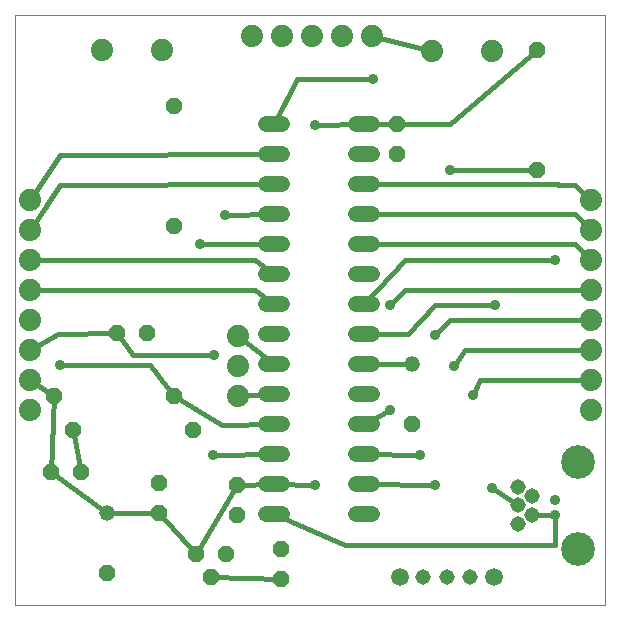
<source format=gtl>
G75*
%MOIN*%
%OFA0B0*%
%FSLAX25Y25*%
%IPPOS*%
%LPD*%
%AMOC8*
5,1,8,0,0,1.08239X$1,22.5*
%
%ADD10C,0.00000*%
%ADD11OC8,0.05200*%
%ADD12C,0.05200*%
%ADD13C,0.05150*%
%ADD14C,0.11220*%
%ADD15C,0.07400*%
%ADD16C,0.05200*%
%ADD17C,0.05937*%
%ADD18C,0.01600*%
%ADD19C,0.03562*%
D10*
X0001600Y0008288D02*
X0001600Y0205139D01*
X0198450Y0205139D01*
X0198450Y0008288D01*
X0001600Y0008288D01*
D11*
X0032478Y0019044D03*
X0049596Y0038883D03*
X0049596Y0048883D03*
X0060880Y0066776D03*
X0054631Y0078190D03*
X0045836Y0098942D03*
X0035836Y0098942D03*
X0014631Y0078190D03*
X0020880Y0066776D03*
X0023694Y0052540D03*
X0013694Y0052540D03*
X0062100Y0025288D03*
X0067100Y0017788D03*
X0072100Y0025288D03*
X0075746Y0038434D03*
X0075746Y0048434D03*
X0090360Y0027001D03*
X0090360Y0017001D03*
X0134100Y0068572D03*
X0054624Y0134544D03*
X0054624Y0174544D03*
X0129100Y0168698D03*
X0129100Y0158698D03*
X0175738Y0153379D03*
X0175738Y0193379D03*
D12*
X0134100Y0088572D03*
X0032478Y0039044D03*
D13*
X0137746Y0017548D03*
X0145620Y0017548D03*
X0153494Y0017548D03*
X0169383Y0035251D03*
X0174108Y0038401D03*
X0169383Y0041550D03*
X0174108Y0044700D03*
X0169383Y0047850D03*
D14*
X0189462Y0055920D03*
X0189462Y0027180D03*
D15*
X0193600Y0073288D03*
X0193600Y0083288D03*
X0193600Y0093288D03*
X0193600Y0103288D03*
X0193600Y0113288D03*
X0193600Y0123288D03*
X0193600Y0133288D03*
X0193600Y0143288D03*
X0160565Y0193178D03*
X0140565Y0193178D03*
X0120738Y0198123D03*
X0110738Y0198123D03*
X0100738Y0198123D03*
X0090738Y0198123D03*
X0080738Y0198123D03*
X0050588Y0193284D03*
X0030588Y0193284D03*
X0006600Y0143288D03*
X0006600Y0133288D03*
X0006600Y0123288D03*
X0006600Y0113288D03*
X0006600Y0103288D03*
X0006600Y0093288D03*
X0006600Y0083288D03*
X0006600Y0073288D03*
X0076112Y0077977D03*
X0076112Y0087977D03*
X0076112Y0097977D03*
D16*
X0085366Y0098544D02*
X0090566Y0098544D01*
X0090566Y0088544D02*
X0085366Y0088544D01*
X0085366Y0078544D02*
X0090566Y0078544D01*
X0090566Y0068544D02*
X0085366Y0068544D01*
X0085366Y0058544D02*
X0090566Y0058544D01*
X0090566Y0048544D02*
X0085366Y0048544D01*
X0085366Y0038544D02*
X0090566Y0038544D01*
X0115366Y0038544D02*
X0120566Y0038544D01*
X0120566Y0048544D02*
X0115366Y0048544D01*
X0115366Y0058544D02*
X0120566Y0058544D01*
X0120566Y0068544D02*
X0115366Y0068544D01*
X0115366Y0078544D02*
X0120566Y0078544D01*
X0120566Y0088544D02*
X0115366Y0088544D01*
X0115366Y0098544D02*
X0120566Y0098544D01*
X0120566Y0108544D02*
X0115366Y0108544D01*
X0115366Y0118544D02*
X0120566Y0118544D01*
X0120566Y0128544D02*
X0115366Y0128544D01*
X0115366Y0138544D02*
X0120566Y0138544D01*
X0120566Y0148544D02*
X0115366Y0148544D01*
X0115366Y0158544D02*
X0120566Y0158544D01*
X0120566Y0168544D02*
X0115366Y0168544D01*
X0090566Y0168544D02*
X0085366Y0168544D01*
X0085366Y0158544D02*
X0090566Y0158544D01*
X0090566Y0148544D02*
X0085366Y0148544D01*
X0085366Y0138544D02*
X0090566Y0138544D01*
X0090566Y0128544D02*
X0085366Y0128544D01*
X0085366Y0118544D02*
X0090566Y0118544D01*
X0090566Y0108544D02*
X0085366Y0108544D01*
D17*
X0129872Y0017548D03*
X0161368Y0017548D03*
D18*
X0181528Y0028288D02*
X0181528Y0030042D01*
X0181540Y0030055D01*
X0181600Y0038288D01*
X0174108Y0038401D01*
X0169383Y0041550D02*
X0160600Y0047288D01*
X0141600Y0048288D02*
X0117966Y0048544D01*
X0117966Y0058544D02*
X0136600Y0058288D01*
X0126600Y0073288D02*
X0117966Y0068544D01*
X0117966Y0088544D02*
X0134100Y0088572D01*
X0132600Y0098788D02*
X0117966Y0098544D01*
X0117966Y0108544D02*
X0131600Y0123288D01*
X0181600Y0123288D01*
X0188344Y0128544D02*
X0193600Y0123288D01*
X0188344Y0128544D02*
X0117966Y0128544D01*
X0117966Y0138544D02*
X0188344Y0138544D01*
X0193600Y0133288D01*
X0193600Y0143288D02*
X0188391Y0148498D01*
X0182722Y0148498D01*
X0182676Y0148544D01*
X0117966Y0148544D01*
X0117966Y0168544D02*
X0101600Y0168288D01*
X0087966Y0168544D02*
X0095600Y0183788D01*
X0121100Y0183788D01*
X0120738Y0198123D02*
X0140565Y0193178D01*
X0146600Y0168788D02*
X0129100Y0168698D01*
X0117966Y0168544D01*
X0146600Y0168788D02*
X0175738Y0193379D01*
X0175738Y0153379D02*
X0146600Y0153288D01*
X0131600Y0113288D02*
X0126600Y0108288D01*
X0131600Y0113288D02*
X0193600Y0113288D01*
X0193600Y0103288D02*
X0146600Y0103288D01*
X0141600Y0098288D01*
X0132600Y0098788D02*
X0141600Y0108288D01*
X0161600Y0108288D01*
X0151600Y0093288D02*
X0148000Y0088088D01*
X0151600Y0093288D02*
X0193600Y0093288D01*
X0193600Y0083288D02*
X0156600Y0083288D01*
X0154200Y0078288D01*
X0181528Y0028288D02*
X0111600Y0028288D01*
X0087966Y0038544D01*
X0087966Y0048544D02*
X0101600Y0048288D01*
X0087966Y0048544D02*
X0075746Y0048434D01*
X0062100Y0025288D01*
X0049596Y0038883D01*
X0032478Y0039044D01*
X0013694Y0052540D01*
X0014631Y0078190D01*
X0006600Y0083288D01*
X0006600Y0093288D02*
X0016100Y0098788D01*
X0035836Y0098942D01*
X0041100Y0091788D01*
X0068100Y0091788D01*
X0076112Y0097977D02*
X0087966Y0088544D01*
X0087966Y0078544D02*
X0076112Y0077977D01*
X0070600Y0068288D02*
X0087966Y0068544D01*
X0087966Y0058544D02*
X0068300Y0058388D01*
X0067800Y0058388D01*
X0070600Y0068288D02*
X0054631Y0078190D01*
X0046600Y0088288D01*
X0016600Y0088288D01*
X0020880Y0066776D02*
X0023694Y0052540D01*
X0067100Y0017788D02*
X0090360Y0017001D01*
X0087966Y0108544D02*
X0081600Y0113288D01*
X0006600Y0113288D01*
X0006600Y0123288D02*
X0081600Y0123288D01*
X0087966Y0118544D01*
X0087966Y0128544D02*
X0063300Y0128688D01*
X0071600Y0138288D02*
X0087966Y0138544D01*
X0087966Y0148544D02*
X0016600Y0148288D01*
X0011900Y0141238D01*
X0011900Y0141093D01*
X0011609Y0140802D01*
X0006600Y0133288D01*
X0006600Y0143288D02*
X0016600Y0158288D01*
X0087966Y0158544D01*
D19*
X0101600Y0168288D03*
X0121100Y0183788D03*
X0146600Y0153288D03*
X0181600Y0123288D03*
X0161600Y0108288D03*
X0141600Y0098288D03*
X0148000Y0088088D03*
X0154200Y0078288D03*
X0136600Y0058288D03*
X0141600Y0048288D03*
X0160600Y0047288D03*
X0181600Y0043288D03*
X0181600Y0038288D03*
X0126600Y0073288D03*
X0101600Y0048288D03*
X0067800Y0058388D03*
X0068100Y0091788D03*
X0063300Y0128688D03*
X0071600Y0138288D03*
X0016600Y0088288D03*
X0126600Y0108288D03*
M02*

</source>
